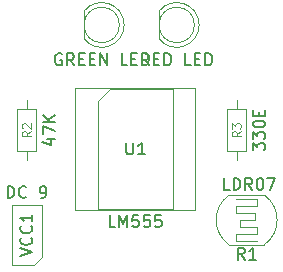
<source format=gbr>
%TF.GenerationSoftware,KiCad,Pcbnew,(5.1.9)-1*%
%TF.CreationDate,2021-03-23T19:31:55+05:30*%
%TF.ProjectId,automatic traffic signal,6175746f-6d61-4746-9963-207472616666,rev?*%
%TF.SameCoordinates,Original*%
%TF.FileFunction,Other,Fab,Top*%
%FSLAX46Y46*%
G04 Gerber Fmt 4.6, Leading zero omitted, Abs format (unit mm)*
G04 Created by KiCad (PCBNEW (5.1.9)-1) date 2021-03-23 19:31:55*
%MOMM*%
%LPD*%
G01*
G04 APERTURE LIST*
%ADD10C,0.100000*%
%ADD11C,0.150000*%
%ADD12C,0.108000*%
G04 APERTURE END LIST*
D10*
%TO.C,VCC1*%
X125095000Y-93980000D02*
X123190000Y-93980000D01*
X123190000Y-93980000D02*
X123190000Y-88900000D01*
X123190000Y-88900000D02*
X125730000Y-88900000D01*
X125730000Y-88900000D02*
X125730000Y-93345000D01*
X125730000Y-93345000D02*
X125095000Y-93980000D01*
%TO.C,U1*%
X131480001Y-79095001D02*
X136830001Y-79095001D01*
X136830001Y-79095001D02*
X136830001Y-89255001D01*
X136830001Y-89255001D02*
X130480001Y-89255001D01*
X130480001Y-89255001D02*
X130480001Y-80095001D01*
X130480001Y-80095001D02*
X131480001Y-79095001D01*
X128575001Y-79035001D02*
X128575001Y-89315001D01*
X128575001Y-89315001D02*
X138735001Y-89315001D01*
X138735001Y-89315001D02*
X138735001Y-79035001D01*
X138735001Y-79035001D02*
X128575001Y-79035001D01*
%TO.C,R3*%
X141440000Y-84350000D02*
X143040000Y-84350000D01*
X143040000Y-84350000D02*
X143040000Y-80750000D01*
X143040000Y-80750000D02*
X141440000Y-80750000D01*
X141440000Y-80750000D02*
X141440000Y-84350000D01*
X142240000Y-85090000D02*
X142240000Y-84350000D01*
X142240000Y-80010000D02*
X142240000Y-80750000D01*
%TO.C,R2*%
X123660000Y-84350000D02*
X125260000Y-84350000D01*
X125260000Y-84350000D02*
X125260000Y-80750000D01*
X125260000Y-80750000D02*
X123660000Y-80750000D01*
X123660000Y-80750000D02*
X123660000Y-84350000D01*
X124460000Y-85090000D02*
X124460000Y-84350000D01*
X124460000Y-80010000D02*
X124460000Y-80750000D01*
%TO.C,R1*%
X143780000Y-90170000D02*
X142480000Y-90170000D01*
X142480000Y-90170000D02*
X142480000Y-90770000D01*
X142480000Y-90770000D02*
X143980000Y-90770000D01*
X142180000Y-89570000D02*
X143780000Y-89570000D01*
X143980000Y-91970000D02*
X142180000Y-91970000D01*
X142180000Y-91970000D02*
X142180000Y-91370000D01*
X142180000Y-91370000D02*
X143980000Y-91370000D01*
X143980000Y-91370000D02*
X143980000Y-90770000D01*
X143780000Y-90170000D02*
X143780000Y-89570000D01*
X142180000Y-89570000D02*
X142180000Y-88970000D01*
X142180000Y-88970000D02*
X143980000Y-88970000D01*
X143980000Y-88970000D02*
X143980000Y-88370000D01*
X143980000Y-88370000D02*
X142180000Y-88370000D01*
X141580000Y-88070000D02*
X144580000Y-88070000D01*
X144580000Y-92270000D02*
X141580000Y-92270000D01*
X144577237Y-92271971D02*
G75*
G03*
X144580000Y-88070000I-1497237J2101971D01*
G01*
X141582763Y-88068029D02*
G75*
G03*
X141580000Y-92270000I1497237J-2101971D01*
G01*
%TO.C,D2*%
X132310000Y-73660000D02*
G75*
G03*
X132310000Y-73660000I-1500000J0D01*
G01*
X129310000Y-72493810D02*
X129310000Y-74826190D01*
X129309445Y-74825476D02*
G75*
G03*
X129310000Y-72493810I1500555J1165476D01*
G01*
%TO.C,D1*%
X138660000Y-73660000D02*
G75*
G03*
X138660000Y-73660000I-1500000J0D01*
G01*
X135660000Y-72493810D02*
X135660000Y-74826190D01*
X135659445Y-74825476D02*
G75*
G03*
X135660000Y-72493810I1500555J1165476D01*
G01*
%TD*%
%TO.C,VCC1*%
D11*
X122840952Y-88292380D02*
X122840952Y-87292380D01*
X123079047Y-87292380D01*
X123221904Y-87340000D01*
X123317142Y-87435238D01*
X123364761Y-87530476D01*
X123412380Y-87720952D01*
X123412380Y-87863809D01*
X123364761Y-88054285D01*
X123317142Y-88149523D01*
X123221904Y-88244761D01*
X123079047Y-88292380D01*
X122840952Y-88292380D01*
X124412380Y-88197142D02*
X124364761Y-88244761D01*
X124221904Y-88292380D01*
X124126666Y-88292380D01*
X123983809Y-88244761D01*
X123888571Y-88149523D01*
X123840952Y-88054285D01*
X123793333Y-87863809D01*
X123793333Y-87720952D01*
X123840952Y-87530476D01*
X123888571Y-87435238D01*
X123983809Y-87340000D01*
X124126666Y-87292380D01*
X124221904Y-87292380D01*
X124364761Y-87340000D01*
X124412380Y-87387619D01*
X125650476Y-88292380D02*
X125840952Y-88292380D01*
X125936190Y-88244761D01*
X125983809Y-88197142D01*
X126079047Y-88054285D01*
X126126666Y-87863809D01*
X126126666Y-87482857D01*
X126079047Y-87387619D01*
X126031428Y-87340000D01*
X125936190Y-87292380D01*
X125745714Y-87292380D01*
X125650476Y-87340000D01*
X125602857Y-87387619D01*
X125555238Y-87482857D01*
X125555238Y-87720952D01*
X125602857Y-87816190D01*
X125650476Y-87863809D01*
X125745714Y-87911428D01*
X125936190Y-87911428D01*
X126031428Y-87863809D01*
X126079047Y-87816190D01*
X126126666Y-87720952D01*
X123912380Y-93249523D02*
X124912380Y-92916190D01*
X123912380Y-92582857D01*
X124817142Y-91678095D02*
X124864761Y-91725714D01*
X124912380Y-91868571D01*
X124912380Y-91963809D01*
X124864761Y-92106666D01*
X124769523Y-92201904D01*
X124674285Y-92249523D01*
X124483809Y-92297142D01*
X124340952Y-92297142D01*
X124150476Y-92249523D01*
X124055238Y-92201904D01*
X123960000Y-92106666D01*
X123912380Y-91963809D01*
X123912380Y-91868571D01*
X123960000Y-91725714D01*
X124007619Y-91678095D01*
X124817142Y-90678095D02*
X124864761Y-90725714D01*
X124912380Y-90868571D01*
X124912380Y-90963809D01*
X124864761Y-91106666D01*
X124769523Y-91201904D01*
X124674285Y-91249523D01*
X124483809Y-91297142D01*
X124340952Y-91297142D01*
X124150476Y-91249523D01*
X124055238Y-91201904D01*
X123960000Y-91106666D01*
X123912380Y-90963809D01*
X123912380Y-90868571D01*
X123960000Y-90725714D01*
X124007619Y-90678095D01*
X124912380Y-89725714D02*
X124912380Y-90297142D01*
X124912380Y-90011428D02*
X123912380Y-90011428D01*
X124055238Y-90106666D01*
X124150476Y-90201904D01*
X124198095Y-90297142D01*
%TO.C,U1*%
X131964524Y-90767381D02*
X131488334Y-90767381D01*
X131488334Y-89767381D01*
X132297858Y-90767381D02*
X132297858Y-89767381D01*
X132631191Y-90481667D01*
X132964524Y-89767381D01*
X132964524Y-90767381D01*
X133916905Y-89767381D02*
X133440715Y-89767381D01*
X133393096Y-90243572D01*
X133440715Y-90195953D01*
X133535953Y-90148334D01*
X133774048Y-90148334D01*
X133869286Y-90195953D01*
X133916905Y-90243572D01*
X133964524Y-90338810D01*
X133964524Y-90576905D01*
X133916905Y-90672143D01*
X133869286Y-90719762D01*
X133774048Y-90767381D01*
X133535953Y-90767381D01*
X133440715Y-90719762D01*
X133393096Y-90672143D01*
X134869286Y-89767381D02*
X134393096Y-89767381D01*
X134345477Y-90243572D01*
X134393096Y-90195953D01*
X134488334Y-90148334D01*
X134726429Y-90148334D01*
X134821667Y-90195953D01*
X134869286Y-90243572D01*
X134916905Y-90338810D01*
X134916905Y-90576905D01*
X134869286Y-90672143D01*
X134821667Y-90719762D01*
X134726429Y-90767381D01*
X134488334Y-90767381D01*
X134393096Y-90719762D01*
X134345477Y-90672143D01*
X135821667Y-89767381D02*
X135345477Y-89767381D01*
X135297858Y-90243572D01*
X135345477Y-90195953D01*
X135440715Y-90148334D01*
X135678810Y-90148334D01*
X135774048Y-90195953D01*
X135821667Y-90243572D01*
X135869286Y-90338810D01*
X135869286Y-90576905D01*
X135821667Y-90672143D01*
X135774048Y-90719762D01*
X135678810Y-90767381D01*
X135440715Y-90767381D01*
X135345477Y-90719762D01*
X135297858Y-90672143D01*
X132893096Y-83627381D02*
X132893096Y-84436905D01*
X132940715Y-84532143D01*
X132988334Y-84579762D01*
X133083572Y-84627381D01*
X133274048Y-84627381D01*
X133369286Y-84579762D01*
X133416905Y-84532143D01*
X133464524Y-84436905D01*
X133464524Y-83627381D01*
X134464524Y-84627381D02*
X133893096Y-84627381D01*
X134178810Y-84627381D02*
X134178810Y-83627381D01*
X134083572Y-83770239D01*
X133988334Y-83865477D01*
X133893096Y-83913096D01*
%TO.C,R3*%
X143612380Y-84288095D02*
X143612380Y-83669047D01*
X143993333Y-84002380D01*
X143993333Y-83859523D01*
X144040952Y-83764285D01*
X144088571Y-83716666D01*
X144183809Y-83669047D01*
X144421904Y-83669047D01*
X144517142Y-83716666D01*
X144564761Y-83764285D01*
X144612380Y-83859523D01*
X144612380Y-84145238D01*
X144564761Y-84240476D01*
X144517142Y-84288095D01*
X143612380Y-83335714D02*
X143612380Y-82716666D01*
X143993333Y-83050000D01*
X143993333Y-82907142D01*
X144040952Y-82811904D01*
X144088571Y-82764285D01*
X144183809Y-82716666D01*
X144421904Y-82716666D01*
X144517142Y-82764285D01*
X144564761Y-82811904D01*
X144612380Y-82907142D01*
X144612380Y-83192857D01*
X144564761Y-83288095D01*
X144517142Y-83335714D01*
X143612380Y-82097619D02*
X143612380Y-82002380D01*
X143660000Y-81907142D01*
X143707619Y-81859523D01*
X143802857Y-81811904D01*
X143993333Y-81764285D01*
X144231428Y-81764285D01*
X144421904Y-81811904D01*
X144517142Y-81859523D01*
X144564761Y-81907142D01*
X144612380Y-82002380D01*
X144612380Y-82097619D01*
X144564761Y-82192857D01*
X144517142Y-82240476D01*
X144421904Y-82288095D01*
X144231428Y-82335714D01*
X143993333Y-82335714D01*
X143802857Y-82288095D01*
X143707619Y-82240476D01*
X143660000Y-82192857D01*
X143612380Y-82097619D01*
X144088571Y-81335714D02*
X144088571Y-81002380D01*
X144612380Y-80859523D02*
X144612380Y-81335714D01*
X143612380Y-81335714D01*
X143612380Y-80859523D01*
D12*
X142565714Y-82670000D02*
X142222857Y-82910000D01*
X142565714Y-83081428D02*
X141845714Y-83081428D01*
X141845714Y-82807142D01*
X141880000Y-82738571D01*
X141914285Y-82704285D01*
X141982857Y-82670000D01*
X142085714Y-82670000D01*
X142154285Y-82704285D01*
X142188571Y-82738571D01*
X142222857Y-82807142D01*
X142222857Y-83081428D01*
X141845714Y-82430000D02*
X141845714Y-81984285D01*
X142120000Y-82224285D01*
X142120000Y-82121428D01*
X142154285Y-82052857D01*
X142188571Y-82018571D01*
X142257142Y-81984285D01*
X142428571Y-81984285D01*
X142497142Y-82018571D01*
X142531428Y-82052857D01*
X142565714Y-82121428D01*
X142565714Y-82327142D01*
X142531428Y-82395714D01*
X142497142Y-82430000D01*
%TO.C,R2*%
D11*
X126165714Y-83335714D02*
X126832380Y-83335714D01*
X125784761Y-83573809D02*
X126499047Y-83811904D01*
X126499047Y-83192857D01*
X125832380Y-82907142D02*
X125832380Y-82240476D01*
X126832380Y-82669047D01*
X126832380Y-81859523D02*
X125832380Y-81859523D01*
X126832380Y-81288095D02*
X126260952Y-81716666D01*
X125832380Y-81288095D02*
X126403809Y-81859523D01*
D12*
X124785714Y-82670000D02*
X124442857Y-82910000D01*
X124785714Y-83081428D02*
X124065714Y-83081428D01*
X124065714Y-82807142D01*
X124100000Y-82738571D01*
X124134285Y-82704285D01*
X124202857Y-82670000D01*
X124305714Y-82670000D01*
X124374285Y-82704285D01*
X124408571Y-82738571D01*
X124442857Y-82807142D01*
X124442857Y-83081428D01*
X124134285Y-82395714D02*
X124100000Y-82361428D01*
X124065714Y-82292857D01*
X124065714Y-82121428D01*
X124100000Y-82052857D01*
X124134285Y-82018571D01*
X124202857Y-81984285D01*
X124271428Y-81984285D01*
X124374285Y-82018571D01*
X124785714Y-82430000D01*
X124785714Y-81984285D01*
%TO.C,R1*%
D11*
X141637142Y-87622380D02*
X141160952Y-87622380D01*
X141160952Y-86622380D01*
X141970476Y-87622380D02*
X141970476Y-86622380D01*
X142208571Y-86622380D01*
X142351428Y-86670000D01*
X142446666Y-86765238D01*
X142494285Y-86860476D01*
X142541904Y-87050952D01*
X142541904Y-87193809D01*
X142494285Y-87384285D01*
X142446666Y-87479523D01*
X142351428Y-87574761D01*
X142208571Y-87622380D01*
X141970476Y-87622380D01*
X143541904Y-87622380D02*
X143208571Y-87146190D01*
X142970476Y-87622380D02*
X142970476Y-86622380D01*
X143351428Y-86622380D01*
X143446666Y-86670000D01*
X143494285Y-86717619D01*
X143541904Y-86812857D01*
X143541904Y-86955714D01*
X143494285Y-87050952D01*
X143446666Y-87098571D01*
X143351428Y-87146190D01*
X142970476Y-87146190D01*
X144160952Y-86622380D02*
X144256190Y-86622380D01*
X144351428Y-86670000D01*
X144399047Y-86717619D01*
X144446666Y-86812857D01*
X144494285Y-87003333D01*
X144494285Y-87241428D01*
X144446666Y-87431904D01*
X144399047Y-87527142D01*
X144351428Y-87574761D01*
X144256190Y-87622380D01*
X144160952Y-87622380D01*
X144065714Y-87574761D01*
X144018095Y-87527142D01*
X143970476Y-87431904D01*
X143922857Y-87241428D01*
X143922857Y-87003333D01*
X143970476Y-86812857D01*
X144018095Y-86717619D01*
X144065714Y-86670000D01*
X144160952Y-86622380D01*
X144827619Y-86622380D02*
X145494285Y-86622380D01*
X145065714Y-87622380D01*
X142913333Y-93522380D02*
X142580000Y-93046190D01*
X142341904Y-93522380D02*
X142341904Y-92522380D01*
X142722857Y-92522380D01*
X142818095Y-92570000D01*
X142865714Y-92617619D01*
X142913333Y-92712857D01*
X142913333Y-92855714D01*
X142865714Y-92950952D01*
X142818095Y-92998571D01*
X142722857Y-93046190D01*
X142341904Y-93046190D01*
X143865714Y-93522380D02*
X143294285Y-93522380D01*
X143580000Y-93522380D02*
X143580000Y-92522380D01*
X143484761Y-92665238D01*
X143389523Y-92760476D01*
X143294285Y-92808095D01*
%TO.C,D2*%
X127405238Y-76120000D02*
X127310000Y-76072380D01*
X127167142Y-76072380D01*
X127024285Y-76120000D01*
X126929047Y-76215238D01*
X126881428Y-76310476D01*
X126833809Y-76500952D01*
X126833809Y-76643809D01*
X126881428Y-76834285D01*
X126929047Y-76929523D01*
X127024285Y-77024761D01*
X127167142Y-77072380D01*
X127262380Y-77072380D01*
X127405238Y-77024761D01*
X127452857Y-76977142D01*
X127452857Y-76643809D01*
X127262380Y-76643809D01*
X128452857Y-77072380D02*
X128119523Y-76596190D01*
X127881428Y-77072380D02*
X127881428Y-76072380D01*
X128262380Y-76072380D01*
X128357619Y-76120000D01*
X128405238Y-76167619D01*
X128452857Y-76262857D01*
X128452857Y-76405714D01*
X128405238Y-76500952D01*
X128357619Y-76548571D01*
X128262380Y-76596190D01*
X127881428Y-76596190D01*
X128881428Y-76548571D02*
X129214761Y-76548571D01*
X129357619Y-77072380D02*
X128881428Y-77072380D01*
X128881428Y-76072380D01*
X129357619Y-76072380D01*
X129786190Y-76548571D02*
X130119523Y-76548571D01*
X130262380Y-77072380D02*
X129786190Y-77072380D01*
X129786190Y-76072380D01*
X130262380Y-76072380D01*
X130690952Y-77072380D02*
X130690952Y-76072380D01*
X131262380Y-77072380D01*
X131262380Y-76072380D01*
X132976666Y-77072380D02*
X132500476Y-77072380D01*
X132500476Y-76072380D01*
X133310000Y-76548571D02*
X133643333Y-76548571D01*
X133786190Y-77072380D02*
X133310000Y-77072380D01*
X133310000Y-76072380D01*
X133786190Y-76072380D01*
X134214761Y-77072380D02*
X134214761Y-76072380D01*
X134452857Y-76072380D01*
X134595714Y-76120000D01*
X134690952Y-76215238D01*
X134738571Y-76310476D01*
X134786190Y-76500952D01*
X134786190Y-76643809D01*
X134738571Y-76834285D01*
X134690952Y-76929523D01*
X134595714Y-77024761D01*
X134452857Y-77072380D01*
X134214761Y-77072380D01*
%TO.C,D1*%
X134779047Y-77072380D02*
X134445714Y-76596190D01*
X134207619Y-77072380D02*
X134207619Y-76072380D01*
X134588571Y-76072380D01*
X134683809Y-76120000D01*
X134731428Y-76167619D01*
X134779047Y-76262857D01*
X134779047Y-76405714D01*
X134731428Y-76500952D01*
X134683809Y-76548571D01*
X134588571Y-76596190D01*
X134207619Y-76596190D01*
X135207619Y-76548571D02*
X135540952Y-76548571D01*
X135683809Y-77072380D02*
X135207619Y-77072380D01*
X135207619Y-76072380D01*
X135683809Y-76072380D01*
X136112380Y-77072380D02*
X136112380Y-76072380D01*
X136350476Y-76072380D01*
X136493333Y-76120000D01*
X136588571Y-76215238D01*
X136636190Y-76310476D01*
X136683809Y-76500952D01*
X136683809Y-76643809D01*
X136636190Y-76834285D01*
X136588571Y-76929523D01*
X136493333Y-77024761D01*
X136350476Y-77072380D01*
X136112380Y-77072380D01*
X138350476Y-77072380D02*
X137874285Y-77072380D01*
X137874285Y-76072380D01*
X138683809Y-76548571D02*
X139017142Y-76548571D01*
X139160000Y-77072380D02*
X138683809Y-77072380D01*
X138683809Y-76072380D01*
X139160000Y-76072380D01*
X139588571Y-77072380D02*
X139588571Y-76072380D01*
X139826666Y-76072380D01*
X139969523Y-76120000D01*
X140064761Y-76215238D01*
X140112380Y-76310476D01*
X140160000Y-76500952D01*
X140160000Y-76643809D01*
X140112380Y-76834285D01*
X140064761Y-76929523D01*
X139969523Y-77024761D01*
X139826666Y-77072380D01*
X139588571Y-77072380D01*
%TD*%
M02*

</source>
